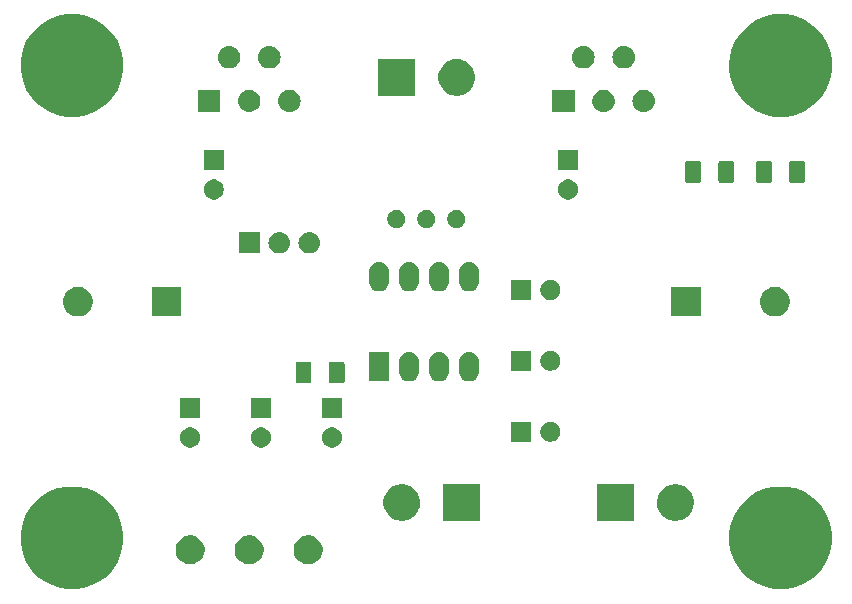
<source format=gbr>
G04 #@! TF.GenerationSoftware,KiCad,Pcbnew,(5.0.1)-3*
G04 #@! TF.CreationDate,2019-12-23T10:27:59+01:00*
G04 #@! TF.ProjectId,TDA2050 64W,54444132303530203634572E6B696361,rev?*
G04 #@! TF.SameCoordinates,PX68e7780PY7365040*
G04 #@! TF.FileFunction,Soldermask,Top*
G04 #@! TF.FilePolarity,Negative*
%FSLAX46Y46*%
G04 Gerber Fmt 4.6, Leading zero omitted, Abs format (unit mm)*
G04 Created by KiCad (PCBNEW (5.0.1)-3) date 23/12/2019 10:27:59*
%MOMM*%
%LPD*%
G01*
G04 APERTURE LIST*
%ADD10C,0.050800*%
G04 APERTURE END LIST*
D10*
G36*
X65548156Y9327206D02*
X66269140Y9183794D01*
X67060972Y8855807D01*
X67773601Y8379643D01*
X68379643Y7773601D01*
X68855807Y7060972D01*
X69183794Y6269140D01*
X69351000Y5428536D01*
X69351000Y4571464D01*
X69183794Y3730860D01*
X68855807Y2939028D01*
X68379643Y2226399D01*
X67773601Y1620357D01*
X67060972Y1144193D01*
X66269140Y816206D01*
X65548156Y672794D01*
X65428537Y649000D01*
X64571463Y649000D01*
X64451844Y672794D01*
X63730860Y816206D01*
X62939028Y1144193D01*
X62226399Y1620357D01*
X61620357Y2226399D01*
X61144193Y2939028D01*
X60816206Y3730860D01*
X60649000Y4571464D01*
X60649000Y5428536D01*
X60816206Y6269140D01*
X61144193Y7060972D01*
X61620357Y7773601D01*
X62226399Y8379643D01*
X62939028Y8855807D01*
X63730860Y9183794D01*
X64451844Y9327206D01*
X64571463Y9351000D01*
X65428537Y9351000D01*
X65548156Y9327206D01*
X65548156Y9327206D01*
G37*
G36*
X5548156Y9327206D02*
X6269140Y9183794D01*
X7060972Y8855807D01*
X7773601Y8379643D01*
X8379643Y7773601D01*
X8855807Y7060972D01*
X9183794Y6269140D01*
X9351000Y5428536D01*
X9351000Y4571464D01*
X9183794Y3730860D01*
X8855807Y2939028D01*
X8379643Y2226399D01*
X7773601Y1620357D01*
X7060972Y1144193D01*
X6269140Y816206D01*
X5548156Y672794D01*
X5428537Y649000D01*
X4571463Y649000D01*
X4451844Y672794D01*
X3730860Y816206D01*
X2939028Y1144193D01*
X2226399Y1620357D01*
X1620357Y2226399D01*
X1144193Y2939028D01*
X816206Y3730860D01*
X649000Y4571464D01*
X649000Y5428536D01*
X816206Y6269140D01*
X1144193Y7060972D01*
X1620357Y7773601D01*
X2226399Y8379643D01*
X2939028Y8855807D01*
X3730860Y9183794D01*
X4451844Y9327206D01*
X4571463Y9351000D01*
X5428537Y9351000D01*
X5548156Y9327206D01*
X5548156Y9327206D01*
G37*
G36*
X15356153Y5174078D02*
X15423610Y5146136D01*
X15578359Y5082037D01*
X15778345Y4948411D01*
X15948411Y4778345D01*
X16082037Y4578359D01*
X16174078Y4356152D01*
X16221000Y4120259D01*
X16221000Y3879741D01*
X16174078Y3643848D01*
X16082037Y3421641D01*
X15948411Y3221655D01*
X15778345Y3051589D01*
X15578359Y2917963D01*
X15452226Y2865717D01*
X15356153Y2825922D01*
X15120259Y2779000D01*
X14879741Y2779000D01*
X14643847Y2825922D01*
X14547774Y2865717D01*
X14421641Y2917963D01*
X14221655Y3051589D01*
X14051589Y3221655D01*
X13917963Y3421641D01*
X13825922Y3643848D01*
X13779000Y3879741D01*
X13779000Y4120259D01*
X13825922Y4356152D01*
X13917963Y4578359D01*
X14051589Y4778345D01*
X14221655Y4948411D01*
X14421641Y5082037D01*
X14576390Y5146136D01*
X14643847Y5174078D01*
X14879741Y5221000D01*
X15120259Y5221000D01*
X15356153Y5174078D01*
X15356153Y5174078D01*
G37*
G36*
X25356153Y5174078D02*
X25423610Y5146136D01*
X25578359Y5082037D01*
X25778345Y4948411D01*
X25948411Y4778345D01*
X26082037Y4578359D01*
X26174078Y4356152D01*
X26221000Y4120259D01*
X26221000Y3879741D01*
X26174078Y3643848D01*
X26082037Y3421641D01*
X25948411Y3221655D01*
X25778345Y3051589D01*
X25578359Y2917963D01*
X25452226Y2865717D01*
X25356153Y2825922D01*
X25120259Y2779000D01*
X24879741Y2779000D01*
X24643847Y2825922D01*
X24547774Y2865717D01*
X24421641Y2917963D01*
X24221655Y3051589D01*
X24051589Y3221655D01*
X23917963Y3421641D01*
X23825922Y3643848D01*
X23779000Y3879741D01*
X23779000Y4120259D01*
X23825922Y4356152D01*
X23917963Y4578359D01*
X24051589Y4778345D01*
X24221655Y4948411D01*
X24421641Y5082037D01*
X24576390Y5146136D01*
X24643847Y5174078D01*
X24879741Y5221000D01*
X25120259Y5221000D01*
X25356153Y5174078D01*
X25356153Y5174078D01*
G37*
G36*
X20356153Y5174078D02*
X20423610Y5146136D01*
X20578359Y5082037D01*
X20778345Y4948411D01*
X20948411Y4778345D01*
X21082037Y4578359D01*
X21174078Y4356152D01*
X21221000Y4120259D01*
X21221000Y3879741D01*
X21174078Y3643848D01*
X21082037Y3421641D01*
X20948411Y3221655D01*
X20778345Y3051589D01*
X20578359Y2917963D01*
X20452226Y2865717D01*
X20356153Y2825922D01*
X20120259Y2779000D01*
X19879741Y2779000D01*
X19643847Y2825922D01*
X19547774Y2865717D01*
X19421641Y2917963D01*
X19221655Y3051589D01*
X19051589Y3221655D01*
X18917963Y3421641D01*
X18825922Y3643848D01*
X18779000Y3879741D01*
X18779000Y4120259D01*
X18825922Y4356152D01*
X18917963Y4578359D01*
X19051589Y4778345D01*
X19221655Y4948411D01*
X19421641Y5082037D01*
X19576390Y5146136D01*
X19643847Y5174078D01*
X19879741Y5221000D01*
X20120259Y5221000D01*
X20356153Y5174078D01*
X20356153Y5174078D01*
G37*
G36*
X39551000Y6449000D02*
X36449000Y6449000D01*
X36449000Y9551000D01*
X39551000Y9551000D01*
X39551000Y6449000D01*
X39551000Y6449000D01*
G37*
G36*
X33272527Y9511264D02*
X33372410Y9491396D01*
X33654674Y9374479D01*
X33908705Y9204741D01*
X34124741Y8988705D01*
X34294479Y8734674D01*
X34407294Y8462312D01*
X34411396Y8452409D01*
X34471000Y8152762D01*
X34471000Y7847238D01*
X34431264Y7647473D01*
X34411396Y7547590D01*
X34294479Y7265326D01*
X34124741Y7011295D01*
X33908705Y6795259D01*
X33654674Y6625521D01*
X33372410Y6508604D01*
X33272527Y6488736D01*
X33072762Y6449000D01*
X32767238Y6449000D01*
X32567473Y6488736D01*
X32467590Y6508604D01*
X32185326Y6625521D01*
X31931295Y6795259D01*
X31715259Y7011295D01*
X31545521Y7265326D01*
X31428604Y7547590D01*
X31408736Y7647473D01*
X31369000Y7847238D01*
X31369000Y8152762D01*
X31428604Y8452409D01*
X31432706Y8462312D01*
X31545521Y8734674D01*
X31715259Y8988705D01*
X31931295Y9204741D01*
X32185326Y9374479D01*
X32467590Y9491396D01*
X32567473Y9511264D01*
X32767238Y9551000D01*
X33072762Y9551000D01*
X33272527Y9511264D01*
X33272527Y9511264D01*
G37*
G36*
X56432527Y9511264D02*
X56532410Y9491396D01*
X56814674Y9374479D01*
X57068705Y9204741D01*
X57284741Y8988705D01*
X57454479Y8734674D01*
X57567294Y8462312D01*
X57571396Y8452409D01*
X57631000Y8152762D01*
X57631000Y7847238D01*
X57591264Y7647473D01*
X57571396Y7547590D01*
X57454479Y7265326D01*
X57284741Y7011295D01*
X57068705Y6795259D01*
X56814674Y6625521D01*
X56532410Y6508604D01*
X56432527Y6488736D01*
X56232762Y6449000D01*
X55927238Y6449000D01*
X55727473Y6488736D01*
X55627590Y6508604D01*
X55345326Y6625521D01*
X55091295Y6795259D01*
X54875259Y7011295D01*
X54705521Y7265326D01*
X54588604Y7547590D01*
X54568736Y7647473D01*
X54529000Y7847238D01*
X54529000Y8152762D01*
X54588604Y8452409D01*
X54592706Y8462312D01*
X54705521Y8734674D01*
X54875259Y8988705D01*
X55091295Y9204741D01*
X55345326Y9374479D01*
X55627590Y9491396D01*
X55727473Y9511264D01*
X55927238Y9551000D01*
X56232762Y9551000D01*
X56432527Y9511264D01*
X56432527Y9511264D01*
G37*
G36*
X52551000Y6449000D02*
X49449000Y6449000D01*
X49449000Y9551000D01*
X52551000Y9551000D01*
X52551000Y6449000D01*
X52551000Y6449000D01*
G37*
G36*
X21248228Y14318297D02*
X21403100Y14254147D01*
X21542481Y14161015D01*
X21661015Y14042481D01*
X21754147Y13903100D01*
X21818297Y13748228D01*
X21851000Y13583816D01*
X21851000Y13416184D01*
X21818297Y13251772D01*
X21754147Y13096900D01*
X21661015Y12957519D01*
X21542481Y12838985D01*
X21403100Y12745853D01*
X21248228Y12681703D01*
X21083816Y12649000D01*
X20916184Y12649000D01*
X20751772Y12681703D01*
X20596900Y12745853D01*
X20457519Y12838985D01*
X20338985Y12957519D01*
X20245853Y13096900D01*
X20181703Y13251772D01*
X20149000Y13416184D01*
X20149000Y13583816D01*
X20181703Y13748228D01*
X20245853Y13903100D01*
X20338985Y14042481D01*
X20457519Y14161015D01*
X20596900Y14254147D01*
X20751772Y14318297D01*
X20916184Y14351000D01*
X21083816Y14351000D01*
X21248228Y14318297D01*
X21248228Y14318297D01*
G37*
G36*
X15248228Y14318297D02*
X15403100Y14254147D01*
X15542481Y14161015D01*
X15661015Y14042481D01*
X15754147Y13903100D01*
X15818297Y13748228D01*
X15851000Y13583816D01*
X15851000Y13416184D01*
X15818297Y13251772D01*
X15754147Y13096900D01*
X15661015Y12957519D01*
X15542481Y12838985D01*
X15403100Y12745853D01*
X15248228Y12681703D01*
X15083816Y12649000D01*
X14916184Y12649000D01*
X14751772Y12681703D01*
X14596900Y12745853D01*
X14457519Y12838985D01*
X14338985Y12957519D01*
X14245853Y13096900D01*
X14181703Y13251772D01*
X14149000Y13416184D01*
X14149000Y13583816D01*
X14181703Y13748228D01*
X14245853Y13903100D01*
X14338985Y14042481D01*
X14457519Y14161015D01*
X14596900Y14254147D01*
X14751772Y14318297D01*
X14916184Y14351000D01*
X15083816Y14351000D01*
X15248228Y14318297D01*
X15248228Y14318297D01*
G37*
G36*
X27248228Y14318297D02*
X27403100Y14254147D01*
X27542481Y14161015D01*
X27661015Y14042481D01*
X27754147Y13903100D01*
X27818297Y13748228D01*
X27851000Y13583816D01*
X27851000Y13416184D01*
X27818297Y13251772D01*
X27754147Y13096900D01*
X27661015Y12957519D01*
X27542481Y12838985D01*
X27403100Y12745853D01*
X27248228Y12681703D01*
X27083816Y12649000D01*
X26916184Y12649000D01*
X26751772Y12681703D01*
X26596900Y12745853D01*
X26457519Y12838985D01*
X26338985Y12957519D01*
X26245853Y13096900D01*
X26181703Y13251772D01*
X26149000Y13416184D01*
X26149000Y13583816D01*
X26181703Y13748228D01*
X26245853Y13903100D01*
X26338985Y14042481D01*
X26457519Y14161015D01*
X26596900Y14254147D01*
X26751772Y14318297D01*
X26916184Y14351000D01*
X27083816Y14351000D01*
X27248228Y14318297D01*
X27248228Y14318297D01*
G37*
G36*
X45748228Y14818297D02*
X45903100Y14754147D01*
X46042481Y14661015D01*
X46161015Y14542481D01*
X46254147Y14403100D01*
X46318297Y14248228D01*
X46351000Y14083816D01*
X46351000Y13916184D01*
X46318297Y13751772D01*
X46254147Y13596900D01*
X46161015Y13457519D01*
X46042481Y13338985D01*
X45903100Y13245853D01*
X45748228Y13181703D01*
X45583816Y13149000D01*
X45416184Y13149000D01*
X45251772Y13181703D01*
X45096900Y13245853D01*
X44957519Y13338985D01*
X44838985Y13457519D01*
X44745853Y13596900D01*
X44681703Y13751772D01*
X44649000Y13916184D01*
X44649000Y14083816D01*
X44681703Y14248228D01*
X44745853Y14403100D01*
X44838985Y14542481D01*
X44957519Y14661015D01*
X45096900Y14754147D01*
X45251772Y14818297D01*
X45416184Y14851000D01*
X45583816Y14851000D01*
X45748228Y14818297D01*
X45748228Y14818297D01*
G37*
G36*
X43851000Y13149000D02*
X42149000Y13149000D01*
X42149000Y14851000D01*
X43851000Y14851000D01*
X43851000Y13149000D01*
X43851000Y13149000D01*
G37*
G36*
X21851000Y15149000D02*
X20149000Y15149000D01*
X20149000Y16851000D01*
X21851000Y16851000D01*
X21851000Y15149000D01*
X21851000Y15149000D01*
G37*
G36*
X27851000Y15149000D02*
X26149000Y15149000D01*
X26149000Y16851000D01*
X27851000Y16851000D01*
X27851000Y15149000D01*
X27851000Y15149000D01*
G37*
G36*
X15851000Y15149000D02*
X14149000Y15149000D01*
X14149000Y16851000D01*
X15851000Y16851000D01*
X15851000Y15149000D01*
X15851000Y15149000D01*
G37*
G36*
X25118604Y19921653D02*
X25155145Y19910568D01*
X25188820Y19892569D01*
X25218341Y19868341D01*
X25242569Y19838820D01*
X25260568Y19805145D01*
X25271653Y19768604D01*
X25276000Y19724462D01*
X25276000Y18275538D01*
X25271653Y18231396D01*
X25260568Y18194855D01*
X25242569Y18161180D01*
X25218341Y18131659D01*
X25188820Y18107431D01*
X25155145Y18089432D01*
X25118604Y18078347D01*
X25074462Y18074000D01*
X24125538Y18074000D01*
X24081396Y18078347D01*
X24044855Y18089432D01*
X24011180Y18107431D01*
X23981659Y18131659D01*
X23957431Y18161180D01*
X23939432Y18194855D01*
X23928347Y18231396D01*
X23924000Y18275538D01*
X23924000Y19724462D01*
X23928347Y19768604D01*
X23939432Y19805145D01*
X23957431Y19838820D01*
X23981659Y19868341D01*
X24011180Y19892569D01*
X24044855Y19910568D01*
X24081396Y19921653D01*
X24125538Y19926000D01*
X25074462Y19926000D01*
X25118604Y19921653D01*
X25118604Y19921653D01*
G37*
G36*
X27918604Y19921653D02*
X27955145Y19910568D01*
X27988820Y19892569D01*
X28018341Y19868341D01*
X28042569Y19838820D01*
X28060568Y19805145D01*
X28071653Y19768604D01*
X28076000Y19724462D01*
X28076000Y18275538D01*
X28071653Y18231396D01*
X28060568Y18194855D01*
X28042569Y18161180D01*
X28018341Y18131659D01*
X27988820Y18107431D01*
X27955145Y18089432D01*
X27918604Y18078347D01*
X27874462Y18074000D01*
X26925538Y18074000D01*
X26881396Y18078347D01*
X26844855Y18089432D01*
X26811180Y18107431D01*
X26781659Y18131659D01*
X26757431Y18161180D01*
X26739432Y18194855D01*
X26728347Y18231396D01*
X26724000Y18275538D01*
X26724000Y19724462D01*
X26728347Y19768604D01*
X26739432Y19805145D01*
X26757431Y19838820D01*
X26781659Y19868341D01*
X26811180Y19892569D01*
X26844855Y19910568D01*
X26881396Y19921653D01*
X26925538Y19926000D01*
X27874462Y19926000D01*
X27918604Y19921653D01*
X27918604Y19921653D01*
G37*
G36*
X33706820Y20738687D02*
X33706823Y20738686D01*
X33706824Y20738686D01*
X33867238Y20690025D01*
X33867240Y20690024D01*
X33867243Y20690023D01*
X34015078Y20611005D01*
X34144659Y20504659D01*
X34251005Y20375078D01*
X34330023Y20227244D01*
X34378687Y20066821D01*
X34391000Y19941804D01*
X34391000Y19058197D01*
X34378687Y18933180D01*
X34378686Y18933178D01*
X34378686Y18933175D01*
X34330025Y18772761D01*
X34330023Y18772756D01*
X34251005Y18624922D01*
X34144659Y18495341D01*
X34015078Y18388995D01*
X33867244Y18309977D01*
X33867241Y18309976D01*
X33867239Y18309975D01*
X33706825Y18261314D01*
X33706824Y18261314D01*
X33706821Y18261313D01*
X33540000Y18244883D01*
X33373180Y18261313D01*
X33373177Y18261314D01*
X33373176Y18261314D01*
X33212762Y18309975D01*
X33212760Y18309976D01*
X33212757Y18309977D01*
X33064923Y18388995D01*
X32935342Y18495341D01*
X32828996Y18624922D01*
X32749978Y18772756D01*
X32701314Y18933179D01*
X32689000Y19058197D01*
X32689000Y19941803D01*
X32701313Y20066820D01*
X32701314Y20066824D01*
X32749975Y20227238D01*
X32749976Y20227240D01*
X32749977Y20227243D01*
X32828995Y20375078D01*
X32935341Y20504659D01*
X33064922Y20611005D01*
X33212756Y20690023D01*
X33212759Y20690024D01*
X33212761Y20690025D01*
X33373175Y20738686D01*
X33373176Y20738686D01*
X33373179Y20738687D01*
X33540000Y20755117D01*
X33706820Y20738687D01*
X33706820Y20738687D01*
G37*
G36*
X36246820Y20738687D02*
X36246823Y20738686D01*
X36246824Y20738686D01*
X36407238Y20690025D01*
X36407240Y20690024D01*
X36407243Y20690023D01*
X36555078Y20611005D01*
X36684659Y20504659D01*
X36791005Y20375078D01*
X36870023Y20227244D01*
X36918687Y20066821D01*
X36931000Y19941804D01*
X36931000Y19058197D01*
X36918687Y18933180D01*
X36918686Y18933178D01*
X36918686Y18933175D01*
X36870025Y18772761D01*
X36870023Y18772756D01*
X36791005Y18624922D01*
X36684659Y18495341D01*
X36555078Y18388995D01*
X36407244Y18309977D01*
X36407241Y18309976D01*
X36407239Y18309975D01*
X36246825Y18261314D01*
X36246824Y18261314D01*
X36246821Y18261313D01*
X36080000Y18244883D01*
X35913180Y18261313D01*
X35913177Y18261314D01*
X35913176Y18261314D01*
X35752762Y18309975D01*
X35752760Y18309976D01*
X35752757Y18309977D01*
X35604923Y18388995D01*
X35475342Y18495341D01*
X35368996Y18624922D01*
X35289978Y18772756D01*
X35241314Y18933179D01*
X35229000Y19058197D01*
X35229000Y19941803D01*
X35241313Y20066820D01*
X35241314Y20066824D01*
X35289975Y20227238D01*
X35289976Y20227240D01*
X35289977Y20227243D01*
X35368995Y20375078D01*
X35475341Y20504659D01*
X35604922Y20611005D01*
X35752756Y20690023D01*
X35752759Y20690024D01*
X35752761Y20690025D01*
X35913175Y20738686D01*
X35913176Y20738686D01*
X35913179Y20738687D01*
X36080000Y20755117D01*
X36246820Y20738687D01*
X36246820Y20738687D01*
G37*
G36*
X38786820Y20738687D02*
X38786823Y20738686D01*
X38786824Y20738686D01*
X38947238Y20690025D01*
X38947240Y20690024D01*
X38947243Y20690023D01*
X39095078Y20611005D01*
X39224659Y20504659D01*
X39331005Y20375078D01*
X39410023Y20227244D01*
X39458687Y20066821D01*
X39471000Y19941804D01*
X39471000Y19058197D01*
X39458687Y18933180D01*
X39458686Y18933178D01*
X39458686Y18933175D01*
X39410025Y18772761D01*
X39410023Y18772756D01*
X39331005Y18624922D01*
X39224659Y18495341D01*
X39095078Y18388995D01*
X38947244Y18309977D01*
X38947241Y18309976D01*
X38947239Y18309975D01*
X38786825Y18261314D01*
X38786824Y18261314D01*
X38786821Y18261313D01*
X38620000Y18244883D01*
X38453180Y18261313D01*
X38453177Y18261314D01*
X38453176Y18261314D01*
X38292762Y18309975D01*
X38292760Y18309976D01*
X38292757Y18309977D01*
X38144923Y18388995D01*
X38015342Y18495341D01*
X37908996Y18624922D01*
X37829978Y18772756D01*
X37781314Y18933179D01*
X37769000Y19058197D01*
X37769000Y19941803D01*
X37781313Y20066820D01*
X37781314Y20066824D01*
X37829975Y20227238D01*
X37829976Y20227240D01*
X37829977Y20227243D01*
X37908995Y20375078D01*
X38015341Y20504659D01*
X38144922Y20611005D01*
X38292756Y20690023D01*
X38292759Y20690024D01*
X38292761Y20690025D01*
X38453175Y20738686D01*
X38453176Y20738686D01*
X38453179Y20738687D01*
X38620000Y20755117D01*
X38786820Y20738687D01*
X38786820Y20738687D01*
G37*
G36*
X31851000Y18249000D02*
X30149000Y18249000D01*
X30149000Y20751000D01*
X31851000Y20751000D01*
X31851000Y18249000D01*
X31851000Y18249000D01*
G37*
G36*
X43851000Y19149000D02*
X42149000Y19149000D01*
X42149000Y20851000D01*
X43851000Y20851000D01*
X43851000Y19149000D01*
X43851000Y19149000D01*
G37*
G36*
X45748228Y20818297D02*
X45903100Y20754147D01*
X46042481Y20661015D01*
X46161015Y20542481D01*
X46254147Y20403100D01*
X46318297Y20248228D01*
X46351000Y20083816D01*
X46351000Y19916184D01*
X46318297Y19751772D01*
X46254147Y19596900D01*
X46161015Y19457519D01*
X46042481Y19338985D01*
X45903100Y19245853D01*
X45748228Y19181703D01*
X45583816Y19149000D01*
X45416184Y19149000D01*
X45251772Y19181703D01*
X45096900Y19245853D01*
X44957519Y19338985D01*
X44838985Y19457519D01*
X44745853Y19596900D01*
X44681703Y19751772D01*
X44649000Y19916184D01*
X44649000Y20083816D01*
X44681703Y20248228D01*
X44745853Y20403100D01*
X44838985Y20542481D01*
X44957519Y20661015D01*
X45096900Y20754147D01*
X45251772Y20818297D01*
X45416184Y20851000D01*
X45583816Y20851000D01*
X45748228Y20818297D01*
X45748228Y20818297D01*
G37*
G36*
X58251000Y23749000D02*
X55749000Y23749000D01*
X55749000Y26251000D01*
X58251000Y26251000D01*
X58251000Y23749000D01*
X58251000Y23749000D01*
G37*
G36*
X64683635Y26238981D02*
X64864903Y26202925D01*
X65092571Y26108622D01*
X65296542Y25972332D01*
X65297469Y25971713D01*
X65471713Y25797469D01*
X65471715Y25797466D01*
X65608622Y25592571D01*
X65702925Y25364903D01*
X65751000Y25123213D01*
X65751000Y24876787D01*
X65702925Y24635097D01*
X65608622Y24407429D01*
X65472332Y24203458D01*
X65471713Y24202531D01*
X65297469Y24028287D01*
X65297466Y24028285D01*
X65092571Y23891378D01*
X64864903Y23797075D01*
X64683636Y23761019D01*
X64623214Y23749000D01*
X64376786Y23749000D01*
X64316365Y23761019D01*
X64135097Y23797075D01*
X63907429Y23891378D01*
X63702534Y24028285D01*
X63702531Y24028287D01*
X63528287Y24202531D01*
X63527668Y24203458D01*
X63391378Y24407429D01*
X63297075Y24635097D01*
X63249000Y24876787D01*
X63249000Y25123213D01*
X63297075Y25364903D01*
X63391378Y25592571D01*
X63528285Y25797466D01*
X63528287Y25797469D01*
X63702531Y25971713D01*
X63703458Y25972332D01*
X63907429Y26108622D01*
X64135097Y26202925D01*
X64316365Y26238981D01*
X64376786Y26251000D01*
X64623214Y26251000D01*
X64683635Y26238981D01*
X64683635Y26238981D01*
G37*
G36*
X5683635Y26238981D02*
X5864903Y26202925D01*
X6092571Y26108622D01*
X6296542Y25972332D01*
X6297469Y25971713D01*
X6471713Y25797469D01*
X6471715Y25797466D01*
X6608622Y25592571D01*
X6702925Y25364903D01*
X6751000Y25123213D01*
X6751000Y24876787D01*
X6702925Y24635097D01*
X6608622Y24407429D01*
X6472332Y24203458D01*
X6471713Y24202531D01*
X6297469Y24028287D01*
X6297466Y24028285D01*
X6092571Y23891378D01*
X5864903Y23797075D01*
X5683636Y23761019D01*
X5623214Y23749000D01*
X5376786Y23749000D01*
X5316365Y23761019D01*
X5135097Y23797075D01*
X4907429Y23891378D01*
X4702534Y24028285D01*
X4702531Y24028287D01*
X4528287Y24202531D01*
X4527668Y24203458D01*
X4391378Y24407429D01*
X4297075Y24635097D01*
X4249000Y24876787D01*
X4249000Y25123213D01*
X4297075Y25364903D01*
X4391378Y25592571D01*
X4528285Y25797466D01*
X4528287Y25797469D01*
X4702531Y25971713D01*
X4703458Y25972332D01*
X4907429Y26108622D01*
X5135097Y26202925D01*
X5316365Y26238981D01*
X5376786Y26251000D01*
X5623214Y26251000D01*
X5683635Y26238981D01*
X5683635Y26238981D01*
G37*
G36*
X14251000Y23749000D02*
X11749000Y23749000D01*
X11749000Y26251000D01*
X14251000Y26251000D01*
X14251000Y23749000D01*
X14251000Y23749000D01*
G37*
G36*
X45748228Y26818297D02*
X45903100Y26754147D01*
X46042481Y26661015D01*
X46161015Y26542481D01*
X46254147Y26403100D01*
X46318297Y26248228D01*
X46351000Y26083816D01*
X46351000Y25916184D01*
X46318297Y25751772D01*
X46254147Y25596900D01*
X46161015Y25457519D01*
X46042481Y25338985D01*
X45903100Y25245853D01*
X45748228Y25181703D01*
X45583816Y25149000D01*
X45416184Y25149000D01*
X45251772Y25181703D01*
X45096900Y25245853D01*
X44957519Y25338985D01*
X44838985Y25457519D01*
X44745853Y25596900D01*
X44681703Y25751772D01*
X44649000Y25916184D01*
X44649000Y26083816D01*
X44681703Y26248228D01*
X44745853Y26403100D01*
X44838985Y26542481D01*
X44957519Y26661015D01*
X45096900Y26754147D01*
X45251772Y26818297D01*
X45416184Y26851000D01*
X45583816Y26851000D01*
X45748228Y26818297D01*
X45748228Y26818297D01*
G37*
G36*
X43851000Y25149000D02*
X42149000Y25149000D01*
X42149000Y26851000D01*
X43851000Y26851000D01*
X43851000Y25149000D01*
X43851000Y25149000D01*
G37*
G36*
X36246820Y28358687D02*
X36246823Y28358686D01*
X36246824Y28358686D01*
X36407238Y28310025D01*
X36407240Y28310024D01*
X36407243Y28310023D01*
X36555078Y28231005D01*
X36684659Y28124659D01*
X36791005Y27995078D01*
X36870023Y27847244D01*
X36918687Y27686821D01*
X36931000Y27561804D01*
X36931000Y26678197D01*
X36918687Y26553180D01*
X36918686Y26553178D01*
X36918686Y26553175D01*
X36873161Y26403100D01*
X36870023Y26392756D01*
X36791005Y26244922D01*
X36684659Y26115341D01*
X36555078Y26008995D01*
X36407244Y25929977D01*
X36407241Y25929976D01*
X36407239Y25929975D01*
X36246825Y25881314D01*
X36246824Y25881314D01*
X36246821Y25881313D01*
X36080000Y25864883D01*
X35913180Y25881313D01*
X35913177Y25881314D01*
X35913176Y25881314D01*
X35752762Y25929975D01*
X35752760Y25929976D01*
X35752757Y25929977D01*
X35604923Y26008995D01*
X35475342Y26115341D01*
X35368996Y26244922D01*
X35289978Y26392756D01*
X35241314Y26553179D01*
X35229000Y26678197D01*
X35229000Y27561803D01*
X35241313Y27686820D01*
X35241314Y27686824D01*
X35289975Y27847238D01*
X35289976Y27847240D01*
X35289977Y27847243D01*
X35368995Y27995078D01*
X35475341Y28124659D01*
X35604922Y28231005D01*
X35752756Y28310023D01*
X35752759Y28310024D01*
X35752761Y28310025D01*
X35913175Y28358686D01*
X35913176Y28358686D01*
X35913179Y28358687D01*
X36080000Y28375117D01*
X36246820Y28358687D01*
X36246820Y28358687D01*
G37*
G36*
X38786820Y28358687D02*
X38786823Y28358686D01*
X38786824Y28358686D01*
X38947238Y28310025D01*
X38947240Y28310024D01*
X38947243Y28310023D01*
X39095078Y28231005D01*
X39224659Y28124659D01*
X39331005Y27995078D01*
X39410023Y27847244D01*
X39458687Y27686821D01*
X39471000Y27561804D01*
X39471000Y26678197D01*
X39458687Y26553180D01*
X39458686Y26553178D01*
X39458686Y26553175D01*
X39413161Y26403100D01*
X39410023Y26392756D01*
X39331005Y26244922D01*
X39224659Y26115341D01*
X39095078Y26008995D01*
X38947244Y25929977D01*
X38947241Y25929976D01*
X38947239Y25929975D01*
X38786825Y25881314D01*
X38786824Y25881314D01*
X38786821Y25881313D01*
X38620000Y25864883D01*
X38453180Y25881313D01*
X38453177Y25881314D01*
X38453176Y25881314D01*
X38292762Y25929975D01*
X38292760Y25929976D01*
X38292757Y25929977D01*
X38144923Y26008995D01*
X38015342Y26115341D01*
X37908996Y26244922D01*
X37829978Y26392756D01*
X37781314Y26553179D01*
X37769000Y26678197D01*
X37769000Y27561803D01*
X37781313Y27686820D01*
X37781314Y27686824D01*
X37829975Y27847238D01*
X37829976Y27847240D01*
X37829977Y27847243D01*
X37908995Y27995078D01*
X38015341Y28124659D01*
X38144922Y28231005D01*
X38292756Y28310023D01*
X38292759Y28310024D01*
X38292761Y28310025D01*
X38453175Y28358686D01*
X38453176Y28358686D01*
X38453179Y28358687D01*
X38620000Y28375117D01*
X38786820Y28358687D01*
X38786820Y28358687D01*
G37*
G36*
X31166820Y28358687D02*
X31166823Y28358686D01*
X31166824Y28358686D01*
X31327238Y28310025D01*
X31327240Y28310024D01*
X31327243Y28310023D01*
X31475078Y28231005D01*
X31604659Y28124659D01*
X31711005Y27995078D01*
X31790023Y27847244D01*
X31838687Y27686821D01*
X31851000Y27561804D01*
X31851000Y26678197D01*
X31838687Y26553180D01*
X31838686Y26553178D01*
X31838686Y26553175D01*
X31793161Y26403100D01*
X31790023Y26392756D01*
X31711005Y26244922D01*
X31604659Y26115341D01*
X31475078Y26008995D01*
X31327244Y25929977D01*
X31327241Y25929976D01*
X31327239Y25929975D01*
X31166825Y25881314D01*
X31166824Y25881314D01*
X31166821Y25881313D01*
X31000000Y25864883D01*
X30833180Y25881313D01*
X30833177Y25881314D01*
X30833176Y25881314D01*
X30672762Y25929975D01*
X30672760Y25929976D01*
X30672757Y25929977D01*
X30524923Y26008995D01*
X30395342Y26115341D01*
X30288996Y26244922D01*
X30209978Y26392756D01*
X30161314Y26553179D01*
X30149000Y26678197D01*
X30149000Y27561803D01*
X30161313Y27686820D01*
X30161314Y27686824D01*
X30209975Y27847238D01*
X30209976Y27847240D01*
X30209977Y27847243D01*
X30288995Y27995078D01*
X30395341Y28124659D01*
X30524922Y28231005D01*
X30672756Y28310023D01*
X30672759Y28310024D01*
X30672761Y28310025D01*
X30833175Y28358686D01*
X30833176Y28358686D01*
X30833179Y28358687D01*
X31000000Y28375117D01*
X31166820Y28358687D01*
X31166820Y28358687D01*
G37*
G36*
X33706820Y28358687D02*
X33706823Y28358686D01*
X33706824Y28358686D01*
X33867238Y28310025D01*
X33867240Y28310024D01*
X33867243Y28310023D01*
X34015078Y28231005D01*
X34144659Y28124659D01*
X34251005Y27995078D01*
X34330023Y27847244D01*
X34378687Y27686821D01*
X34391000Y27561804D01*
X34391000Y26678197D01*
X34378687Y26553180D01*
X34378686Y26553178D01*
X34378686Y26553175D01*
X34333161Y26403100D01*
X34330023Y26392756D01*
X34251005Y26244922D01*
X34144659Y26115341D01*
X34015078Y26008995D01*
X33867244Y25929977D01*
X33867241Y25929976D01*
X33867239Y25929975D01*
X33706825Y25881314D01*
X33706824Y25881314D01*
X33706821Y25881313D01*
X33540000Y25864883D01*
X33373180Y25881313D01*
X33373177Y25881314D01*
X33373176Y25881314D01*
X33212762Y25929975D01*
X33212760Y25929976D01*
X33212757Y25929977D01*
X33064923Y26008995D01*
X32935342Y26115341D01*
X32828996Y26244922D01*
X32749978Y26392756D01*
X32701314Y26553179D01*
X32689000Y26678197D01*
X32689000Y27561803D01*
X32701313Y27686820D01*
X32701314Y27686824D01*
X32749975Y27847238D01*
X32749976Y27847240D01*
X32749977Y27847243D01*
X32828995Y27995078D01*
X32935341Y28124659D01*
X33064922Y28231005D01*
X33212756Y28310023D01*
X33212759Y28310024D01*
X33212761Y28310025D01*
X33373175Y28358686D01*
X33373176Y28358686D01*
X33373179Y28358687D01*
X33540000Y28375117D01*
X33706820Y28358687D01*
X33706820Y28358687D01*
G37*
G36*
X22650443Y30894481D02*
X22716627Y30887963D01*
X22829853Y30853616D01*
X22886467Y30836443D01*
X23025087Y30762348D01*
X23042991Y30752778D01*
X23078729Y30723448D01*
X23180186Y30640186D01*
X23263448Y30538729D01*
X23292778Y30502991D01*
X23292779Y30502989D01*
X23376443Y30346467D01*
X23376443Y30346466D01*
X23427963Y30176627D01*
X23445359Y30000000D01*
X23427963Y29823373D01*
X23393616Y29710147D01*
X23376443Y29653533D01*
X23302348Y29514913D01*
X23292778Y29497009D01*
X23263448Y29461271D01*
X23180186Y29359814D01*
X23078729Y29276552D01*
X23042991Y29247222D01*
X23042989Y29247221D01*
X22886467Y29163557D01*
X22829853Y29146384D01*
X22716627Y29112037D01*
X22650442Y29105518D01*
X22584260Y29099000D01*
X22495740Y29099000D01*
X22429558Y29105518D01*
X22363373Y29112037D01*
X22250147Y29146384D01*
X22193533Y29163557D01*
X22037011Y29247221D01*
X22037009Y29247222D01*
X22001271Y29276552D01*
X21899814Y29359814D01*
X21816552Y29461271D01*
X21787222Y29497009D01*
X21777652Y29514913D01*
X21703557Y29653533D01*
X21686384Y29710147D01*
X21652037Y29823373D01*
X21634641Y30000000D01*
X21652037Y30176627D01*
X21703557Y30346466D01*
X21703557Y30346467D01*
X21787221Y30502989D01*
X21787222Y30502991D01*
X21816552Y30538729D01*
X21899814Y30640186D01*
X22001271Y30723448D01*
X22037009Y30752778D01*
X22054913Y30762348D01*
X22193533Y30836443D01*
X22250147Y30853616D01*
X22363373Y30887963D01*
X22429557Y30894481D01*
X22495740Y30901000D01*
X22584260Y30901000D01*
X22650443Y30894481D01*
X22650443Y30894481D01*
G37*
G36*
X20901000Y29099000D02*
X19099000Y29099000D01*
X19099000Y30901000D01*
X20901000Y30901000D01*
X20901000Y29099000D01*
X20901000Y29099000D01*
G37*
G36*
X25190443Y30894481D02*
X25256627Y30887963D01*
X25369853Y30853616D01*
X25426467Y30836443D01*
X25565087Y30762348D01*
X25582991Y30752778D01*
X25618729Y30723448D01*
X25720186Y30640186D01*
X25803448Y30538729D01*
X25832778Y30502991D01*
X25832779Y30502989D01*
X25916443Y30346467D01*
X25916443Y30346466D01*
X25967963Y30176627D01*
X25985359Y30000000D01*
X25967963Y29823373D01*
X25933616Y29710147D01*
X25916443Y29653533D01*
X25842348Y29514913D01*
X25832778Y29497009D01*
X25803448Y29461271D01*
X25720186Y29359814D01*
X25618729Y29276552D01*
X25582991Y29247222D01*
X25582989Y29247221D01*
X25426467Y29163557D01*
X25369853Y29146384D01*
X25256627Y29112037D01*
X25190442Y29105518D01*
X25124260Y29099000D01*
X25035740Y29099000D01*
X24969558Y29105518D01*
X24903373Y29112037D01*
X24790147Y29146384D01*
X24733533Y29163557D01*
X24577011Y29247221D01*
X24577009Y29247222D01*
X24541271Y29276552D01*
X24439814Y29359814D01*
X24356552Y29461271D01*
X24327222Y29497009D01*
X24317652Y29514913D01*
X24243557Y29653533D01*
X24226384Y29710147D01*
X24192037Y29823373D01*
X24174641Y30000000D01*
X24192037Y30176627D01*
X24243557Y30346466D01*
X24243557Y30346467D01*
X24327221Y30502989D01*
X24327222Y30502991D01*
X24356552Y30538729D01*
X24439814Y30640186D01*
X24541271Y30723448D01*
X24577009Y30752778D01*
X24594913Y30762348D01*
X24733533Y30836443D01*
X24790147Y30853616D01*
X24903373Y30887963D01*
X24969557Y30894481D01*
X25035740Y30901000D01*
X25124260Y30901000D01*
X25190443Y30894481D01*
X25190443Y30894481D01*
G37*
G36*
X37665589Y32761124D02*
X37764893Y32741371D01*
X37905206Y32683252D01*
X38031484Y32598875D01*
X38138875Y32491484D01*
X38223252Y32365206D01*
X38281371Y32224893D01*
X38311000Y32075937D01*
X38311000Y31924063D01*
X38281371Y31775107D01*
X38223252Y31634794D01*
X38138875Y31508516D01*
X38031484Y31401125D01*
X37905206Y31316748D01*
X37764893Y31258629D01*
X37665589Y31238876D01*
X37615938Y31229000D01*
X37464062Y31229000D01*
X37414411Y31238876D01*
X37315107Y31258629D01*
X37174794Y31316748D01*
X37048516Y31401125D01*
X36941125Y31508516D01*
X36856748Y31634794D01*
X36798629Y31775107D01*
X36769000Y31924063D01*
X36769000Y32075937D01*
X36798629Y32224893D01*
X36856748Y32365206D01*
X36941125Y32491484D01*
X37048516Y32598875D01*
X37174794Y32683252D01*
X37315107Y32741371D01*
X37414411Y32761124D01*
X37464062Y32771000D01*
X37615938Y32771000D01*
X37665589Y32761124D01*
X37665589Y32761124D01*
G37*
G36*
X35125589Y32761124D02*
X35224893Y32741371D01*
X35365206Y32683252D01*
X35491484Y32598875D01*
X35598875Y32491484D01*
X35683252Y32365206D01*
X35741371Y32224893D01*
X35771000Y32075937D01*
X35771000Y31924063D01*
X35741371Y31775107D01*
X35683252Y31634794D01*
X35598875Y31508516D01*
X35491484Y31401125D01*
X35365206Y31316748D01*
X35224893Y31258629D01*
X35125589Y31238876D01*
X35075938Y31229000D01*
X34924062Y31229000D01*
X34874411Y31238876D01*
X34775107Y31258629D01*
X34634794Y31316748D01*
X34508516Y31401125D01*
X34401125Y31508516D01*
X34316748Y31634794D01*
X34258629Y31775107D01*
X34229000Y31924063D01*
X34229000Y32075937D01*
X34258629Y32224893D01*
X34316748Y32365206D01*
X34401125Y32491484D01*
X34508516Y32598875D01*
X34634794Y32683252D01*
X34775107Y32741371D01*
X34874411Y32761124D01*
X34924062Y32771000D01*
X35075938Y32771000D01*
X35125589Y32761124D01*
X35125589Y32761124D01*
G37*
G36*
X32585589Y32761124D02*
X32684893Y32741371D01*
X32825206Y32683252D01*
X32951484Y32598875D01*
X33058875Y32491484D01*
X33143252Y32365206D01*
X33201371Y32224893D01*
X33231000Y32075937D01*
X33231000Y31924063D01*
X33201371Y31775107D01*
X33143252Y31634794D01*
X33058875Y31508516D01*
X32951484Y31401125D01*
X32825206Y31316748D01*
X32684893Y31258629D01*
X32585589Y31238876D01*
X32535938Y31229000D01*
X32384062Y31229000D01*
X32334411Y31238876D01*
X32235107Y31258629D01*
X32094794Y31316748D01*
X31968516Y31401125D01*
X31861125Y31508516D01*
X31776748Y31634794D01*
X31718629Y31775107D01*
X31689000Y31924063D01*
X31689000Y32075937D01*
X31718629Y32224893D01*
X31776748Y32365206D01*
X31861125Y32491484D01*
X31968516Y32598875D01*
X32094794Y32683252D01*
X32235107Y32741371D01*
X32334411Y32761124D01*
X32384062Y32771000D01*
X32535938Y32771000D01*
X32585589Y32761124D01*
X32585589Y32761124D01*
G37*
G36*
X47248228Y35318297D02*
X47403100Y35254147D01*
X47542481Y35161015D01*
X47661015Y35042481D01*
X47754147Y34903100D01*
X47818297Y34748228D01*
X47851000Y34583816D01*
X47851000Y34416184D01*
X47818297Y34251772D01*
X47754147Y34096900D01*
X47661015Y33957519D01*
X47542481Y33838985D01*
X47403100Y33745853D01*
X47248228Y33681703D01*
X47083816Y33649000D01*
X46916184Y33649000D01*
X46751772Y33681703D01*
X46596900Y33745853D01*
X46457519Y33838985D01*
X46338985Y33957519D01*
X46245853Y34096900D01*
X46181703Y34251772D01*
X46149000Y34416184D01*
X46149000Y34583816D01*
X46181703Y34748228D01*
X46245853Y34903100D01*
X46338985Y35042481D01*
X46457519Y35161015D01*
X46596900Y35254147D01*
X46751772Y35318297D01*
X46916184Y35351000D01*
X47083816Y35351000D01*
X47248228Y35318297D01*
X47248228Y35318297D01*
G37*
G36*
X17248228Y35318297D02*
X17403100Y35254147D01*
X17542481Y35161015D01*
X17661015Y35042481D01*
X17754147Y34903100D01*
X17818297Y34748228D01*
X17851000Y34583816D01*
X17851000Y34416184D01*
X17818297Y34251772D01*
X17754147Y34096900D01*
X17661015Y33957519D01*
X17542481Y33838985D01*
X17403100Y33745853D01*
X17248228Y33681703D01*
X17083816Y33649000D01*
X16916184Y33649000D01*
X16751772Y33681703D01*
X16596900Y33745853D01*
X16457519Y33838985D01*
X16338985Y33957519D01*
X16245853Y34096900D01*
X16181703Y34251772D01*
X16149000Y34416184D01*
X16149000Y34583816D01*
X16181703Y34748228D01*
X16245853Y34903100D01*
X16338985Y35042481D01*
X16457519Y35161015D01*
X16596900Y35254147D01*
X16751772Y35318297D01*
X16916184Y35351000D01*
X17083816Y35351000D01*
X17248228Y35318297D01*
X17248228Y35318297D01*
G37*
G36*
X60918604Y36921653D02*
X60955145Y36910568D01*
X60988820Y36892569D01*
X61018341Y36868341D01*
X61042569Y36838820D01*
X61060568Y36805145D01*
X61071653Y36768604D01*
X61076000Y36724462D01*
X61076000Y35275538D01*
X61071653Y35231396D01*
X61060568Y35194855D01*
X61042569Y35161180D01*
X61018341Y35131659D01*
X60988820Y35107431D01*
X60955145Y35089432D01*
X60918604Y35078347D01*
X60874462Y35074000D01*
X59925538Y35074000D01*
X59881396Y35078347D01*
X59844855Y35089432D01*
X59811180Y35107431D01*
X59781659Y35131659D01*
X59757431Y35161180D01*
X59739432Y35194855D01*
X59728347Y35231396D01*
X59724000Y35275538D01*
X59724000Y36724462D01*
X59728347Y36768604D01*
X59739432Y36805145D01*
X59757431Y36838820D01*
X59781659Y36868341D01*
X59811180Y36892569D01*
X59844855Y36910568D01*
X59881396Y36921653D01*
X59925538Y36926000D01*
X60874462Y36926000D01*
X60918604Y36921653D01*
X60918604Y36921653D01*
G37*
G36*
X66918604Y36921653D02*
X66955145Y36910568D01*
X66988820Y36892569D01*
X67018341Y36868341D01*
X67042569Y36838820D01*
X67060568Y36805145D01*
X67071653Y36768604D01*
X67076000Y36724462D01*
X67076000Y35275538D01*
X67071653Y35231396D01*
X67060568Y35194855D01*
X67042569Y35161180D01*
X67018341Y35131659D01*
X66988820Y35107431D01*
X66955145Y35089432D01*
X66918604Y35078347D01*
X66874462Y35074000D01*
X65925538Y35074000D01*
X65881396Y35078347D01*
X65844855Y35089432D01*
X65811180Y35107431D01*
X65781659Y35131659D01*
X65757431Y35161180D01*
X65739432Y35194855D01*
X65728347Y35231396D01*
X65724000Y35275538D01*
X65724000Y36724462D01*
X65728347Y36768604D01*
X65739432Y36805145D01*
X65757431Y36838820D01*
X65781659Y36868341D01*
X65811180Y36892569D01*
X65844855Y36910568D01*
X65881396Y36921653D01*
X65925538Y36926000D01*
X66874462Y36926000D01*
X66918604Y36921653D01*
X66918604Y36921653D01*
G37*
G36*
X64118604Y36921653D02*
X64155145Y36910568D01*
X64188820Y36892569D01*
X64218341Y36868341D01*
X64242569Y36838820D01*
X64260568Y36805145D01*
X64271653Y36768604D01*
X64276000Y36724462D01*
X64276000Y35275538D01*
X64271653Y35231396D01*
X64260568Y35194855D01*
X64242569Y35161180D01*
X64218341Y35131659D01*
X64188820Y35107431D01*
X64155145Y35089432D01*
X64118604Y35078347D01*
X64074462Y35074000D01*
X63125538Y35074000D01*
X63081396Y35078347D01*
X63044855Y35089432D01*
X63011180Y35107431D01*
X62981659Y35131659D01*
X62957431Y35161180D01*
X62939432Y35194855D01*
X62928347Y35231396D01*
X62924000Y35275538D01*
X62924000Y36724462D01*
X62928347Y36768604D01*
X62939432Y36805145D01*
X62957431Y36838820D01*
X62981659Y36868341D01*
X63011180Y36892569D01*
X63044855Y36910568D01*
X63081396Y36921653D01*
X63125538Y36926000D01*
X64074462Y36926000D01*
X64118604Y36921653D01*
X64118604Y36921653D01*
G37*
G36*
X58118604Y36921653D02*
X58155145Y36910568D01*
X58188820Y36892569D01*
X58218341Y36868341D01*
X58242569Y36838820D01*
X58260568Y36805145D01*
X58271653Y36768604D01*
X58276000Y36724462D01*
X58276000Y35275538D01*
X58271653Y35231396D01*
X58260568Y35194855D01*
X58242569Y35161180D01*
X58218341Y35131659D01*
X58188820Y35107431D01*
X58155145Y35089432D01*
X58118604Y35078347D01*
X58074462Y35074000D01*
X57125538Y35074000D01*
X57081396Y35078347D01*
X57044855Y35089432D01*
X57011180Y35107431D01*
X56981659Y35131659D01*
X56957431Y35161180D01*
X56939432Y35194855D01*
X56928347Y35231396D01*
X56924000Y35275538D01*
X56924000Y36724462D01*
X56928347Y36768604D01*
X56939432Y36805145D01*
X56957431Y36838820D01*
X56981659Y36868341D01*
X57011180Y36892569D01*
X57044855Y36910568D01*
X57081396Y36921653D01*
X57125538Y36926000D01*
X58074462Y36926000D01*
X58118604Y36921653D01*
X58118604Y36921653D01*
G37*
G36*
X17851000Y36149000D02*
X16149000Y36149000D01*
X16149000Y37851000D01*
X17851000Y37851000D01*
X17851000Y36149000D01*
X17851000Y36149000D01*
G37*
G36*
X47851000Y36149000D02*
X46149000Y36149000D01*
X46149000Y37851000D01*
X47851000Y37851000D01*
X47851000Y36149000D01*
X47851000Y36149000D01*
G37*
G36*
X65548156Y49327206D02*
X66269140Y49183794D01*
X67060972Y48855807D01*
X67773601Y48379643D01*
X68379643Y47773601D01*
X68855807Y47060972D01*
X69183794Y46269140D01*
X69326640Y45551000D01*
X69338497Y45491396D01*
X69351000Y45428536D01*
X69351000Y44571464D01*
X69183794Y43730860D01*
X68855807Y42939028D01*
X68379643Y42226399D01*
X67773601Y41620357D01*
X67060972Y41144193D01*
X66269140Y40816206D01*
X65548156Y40672794D01*
X65428537Y40649000D01*
X64571463Y40649000D01*
X64451844Y40672794D01*
X63730860Y40816206D01*
X62939028Y41144193D01*
X62226399Y41620357D01*
X61620357Y42226399D01*
X61144193Y42939028D01*
X60816206Y43730860D01*
X60649000Y44571464D01*
X60649000Y45428536D01*
X60661504Y45491396D01*
X60673360Y45551000D01*
X60816206Y46269140D01*
X61144193Y47060972D01*
X61620357Y47773601D01*
X62226399Y48379643D01*
X62939028Y48855807D01*
X63730860Y49183794D01*
X64451844Y49327206D01*
X64571463Y49351000D01*
X65428537Y49351000D01*
X65548156Y49327206D01*
X65548156Y49327206D01*
G37*
G36*
X5548156Y49327206D02*
X6269140Y49183794D01*
X7060972Y48855807D01*
X7773601Y48379643D01*
X8379643Y47773601D01*
X8855807Y47060972D01*
X9183794Y46269140D01*
X9326640Y45551000D01*
X9338497Y45491396D01*
X9351000Y45428536D01*
X9351000Y44571464D01*
X9183794Y43730860D01*
X8855807Y42939028D01*
X8379643Y42226399D01*
X7773601Y41620357D01*
X7060972Y41144193D01*
X6269140Y40816206D01*
X5548156Y40672794D01*
X5428537Y40649000D01*
X4571463Y40649000D01*
X4451844Y40672794D01*
X3730860Y40816206D01*
X2939028Y41144193D01*
X2226399Y41620357D01*
X1620357Y42226399D01*
X1144193Y42939028D01*
X816206Y43730860D01*
X649000Y44571464D01*
X649000Y45428536D01*
X661504Y45491396D01*
X673360Y45551000D01*
X816206Y46269140D01*
X1144193Y47060972D01*
X1620357Y47773601D01*
X2226399Y48379643D01*
X2939028Y48855807D01*
X3730860Y49183794D01*
X4451844Y49327206D01*
X4571463Y49351000D01*
X5428537Y49351000D01*
X5548156Y49327206D01*
X5548156Y49327206D01*
G37*
G36*
X47551000Y41049000D02*
X45649000Y41049000D01*
X45649000Y42951000D01*
X47551000Y42951000D01*
X47551000Y41049000D01*
X47551000Y41049000D01*
G37*
G36*
X17551000Y41049000D02*
X15649000Y41049000D01*
X15649000Y42951000D01*
X17551000Y42951000D01*
X17551000Y41049000D01*
X17551000Y41049000D01*
G37*
G36*
X53586425Y42937240D02*
X53586428Y42937239D01*
X53586429Y42937239D01*
X53765693Y42882860D01*
X53765695Y42882859D01*
X53930905Y42794552D01*
X54075712Y42675712D01*
X54194552Y42530905D01*
X54194553Y42530903D01*
X54282860Y42365693D01*
X54325114Y42226399D01*
X54337240Y42186425D01*
X54355601Y42000000D01*
X54337240Y41813575D01*
X54282859Y41634305D01*
X54194552Y41469095D01*
X54075712Y41324288D01*
X53930905Y41205448D01*
X53930903Y41205447D01*
X53765693Y41117140D01*
X53586429Y41062761D01*
X53586428Y41062761D01*
X53586425Y41062760D01*
X53446718Y41049000D01*
X53353282Y41049000D01*
X53213575Y41062760D01*
X53213572Y41062761D01*
X53213571Y41062761D01*
X53034307Y41117140D01*
X52869097Y41205447D01*
X52869095Y41205448D01*
X52724288Y41324288D01*
X52605448Y41469095D01*
X52517141Y41634305D01*
X52462760Y41813575D01*
X52444399Y42000000D01*
X52462760Y42186425D01*
X52474886Y42226399D01*
X52517140Y42365693D01*
X52605447Y42530903D01*
X52605448Y42530905D01*
X52724288Y42675712D01*
X52869095Y42794552D01*
X53034305Y42882859D01*
X53034307Y42882860D01*
X53213571Y42937239D01*
X53213572Y42937239D01*
X53213575Y42937240D01*
X53353282Y42951000D01*
X53446718Y42951000D01*
X53586425Y42937240D01*
X53586425Y42937240D01*
G37*
G36*
X50186425Y42937240D02*
X50186428Y42937239D01*
X50186429Y42937239D01*
X50365693Y42882860D01*
X50365695Y42882859D01*
X50530905Y42794552D01*
X50675712Y42675712D01*
X50794552Y42530905D01*
X50794553Y42530903D01*
X50882860Y42365693D01*
X50925114Y42226399D01*
X50937240Y42186425D01*
X50955601Y42000000D01*
X50937240Y41813575D01*
X50882859Y41634305D01*
X50794552Y41469095D01*
X50675712Y41324288D01*
X50530905Y41205448D01*
X50530903Y41205447D01*
X50365693Y41117140D01*
X50186429Y41062761D01*
X50186428Y41062761D01*
X50186425Y41062760D01*
X50046718Y41049000D01*
X49953282Y41049000D01*
X49813575Y41062760D01*
X49813572Y41062761D01*
X49813571Y41062761D01*
X49634307Y41117140D01*
X49469097Y41205447D01*
X49469095Y41205448D01*
X49324288Y41324288D01*
X49205448Y41469095D01*
X49117141Y41634305D01*
X49062760Y41813575D01*
X49044399Y42000000D01*
X49062760Y42186425D01*
X49074886Y42226399D01*
X49117140Y42365693D01*
X49205447Y42530903D01*
X49205448Y42530905D01*
X49324288Y42675712D01*
X49469095Y42794552D01*
X49634305Y42882859D01*
X49634307Y42882860D01*
X49813571Y42937239D01*
X49813572Y42937239D01*
X49813575Y42937240D01*
X49953282Y42951000D01*
X50046718Y42951000D01*
X50186425Y42937240D01*
X50186425Y42937240D01*
G37*
G36*
X20186425Y42937240D02*
X20186428Y42937239D01*
X20186429Y42937239D01*
X20365693Y42882860D01*
X20365695Y42882859D01*
X20530905Y42794552D01*
X20675712Y42675712D01*
X20794552Y42530905D01*
X20794553Y42530903D01*
X20882860Y42365693D01*
X20925114Y42226399D01*
X20937240Y42186425D01*
X20955601Y42000000D01*
X20937240Y41813575D01*
X20882859Y41634305D01*
X20794552Y41469095D01*
X20675712Y41324288D01*
X20530905Y41205448D01*
X20530903Y41205447D01*
X20365693Y41117140D01*
X20186429Y41062761D01*
X20186428Y41062761D01*
X20186425Y41062760D01*
X20046718Y41049000D01*
X19953282Y41049000D01*
X19813575Y41062760D01*
X19813572Y41062761D01*
X19813571Y41062761D01*
X19634307Y41117140D01*
X19469097Y41205447D01*
X19469095Y41205448D01*
X19324288Y41324288D01*
X19205448Y41469095D01*
X19117141Y41634305D01*
X19062760Y41813575D01*
X19044399Y42000000D01*
X19062760Y42186425D01*
X19074886Y42226399D01*
X19117140Y42365693D01*
X19205447Y42530903D01*
X19205448Y42530905D01*
X19324288Y42675712D01*
X19469095Y42794552D01*
X19634305Y42882859D01*
X19634307Y42882860D01*
X19813571Y42937239D01*
X19813572Y42937239D01*
X19813575Y42937240D01*
X19953282Y42951000D01*
X20046718Y42951000D01*
X20186425Y42937240D01*
X20186425Y42937240D01*
G37*
G36*
X23586425Y42937240D02*
X23586428Y42937239D01*
X23586429Y42937239D01*
X23765693Y42882860D01*
X23765695Y42882859D01*
X23930905Y42794552D01*
X24075712Y42675712D01*
X24194552Y42530905D01*
X24194553Y42530903D01*
X24282860Y42365693D01*
X24325114Y42226399D01*
X24337240Y42186425D01*
X24355601Y42000000D01*
X24337240Y41813575D01*
X24282859Y41634305D01*
X24194552Y41469095D01*
X24075712Y41324288D01*
X23930905Y41205448D01*
X23930903Y41205447D01*
X23765693Y41117140D01*
X23586429Y41062761D01*
X23586428Y41062761D01*
X23586425Y41062760D01*
X23446718Y41049000D01*
X23353282Y41049000D01*
X23213575Y41062760D01*
X23213572Y41062761D01*
X23213571Y41062761D01*
X23034307Y41117140D01*
X22869097Y41205447D01*
X22869095Y41205448D01*
X22724288Y41324288D01*
X22605448Y41469095D01*
X22517141Y41634305D01*
X22462760Y41813575D01*
X22444399Y42000000D01*
X22462760Y42186425D01*
X22474886Y42226399D01*
X22517140Y42365693D01*
X22605447Y42530903D01*
X22605448Y42530905D01*
X22724288Y42675712D01*
X22869095Y42794552D01*
X23034305Y42882859D01*
X23034307Y42882860D01*
X23213571Y42937239D01*
X23213572Y42937239D01*
X23213575Y42937240D01*
X23353282Y42951000D01*
X23446718Y42951000D01*
X23586425Y42937240D01*
X23586425Y42937240D01*
G37*
G36*
X37920929Y45513571D02*
X38032410Y45491396D01*
X38314674Y45374479D01*
X38568705Y45204741D01*
X38784741Y44988705D01*
X38954479Y44734674D01*
X39071396Y44452410D01*
X39131000Y44152760D01*
X39131000Y43847240D01*
X39071396Y43547590D01*
X38954479Y43265326D01*
X38784741Y43011295D01*
X38568705Y42795259D01*
X38314674Y42625521D01*
X38032410Y42508604D01*
X37932527Y42488736D01*
X37732762Y42449000D01*
X37427238Y42449000D01*
X37227473Y42488736D01*
X37127590Y42508604D01*
X36845326Y42625521D01*
X36591295Y42795259D01*
X36375259Y43011295D01*
X36205521Y43265326D01*
X36088604Y43547590D01*
X36029000Y43847240D01*
X36029000Y44152760D01*
X36088604Y44452410D01*
X36205521Y44734674D01*
X36375259Y44988705D01*
X36591295Y45204741D01*
X36845326Y45374479D01*
X37127590Y45491396D01*
X37239071Y45513571D01*
X37427238Y45551000D01*
X37732762Y45551000D01*
X37920929Y45513571D01*
X37920929Y45513571D01*
G37*
G36*
X34051000Y42449000D02*
X30949000Y42449000D01*
X30949000Y45551000D01*
X34051000Y45551000D01*
X34051000Y42449000D01*
X34051000Y42449000D01*
G37*
G36*
X21886425Y46637240D02*
X21886428Y46637239D01*
X21886429Y46637239D01*
X22065693Y46582860D01*
X22065695Y46582859D01*
X22230905Y46494552D01*
X22375712Y46375712D01*
X22494552Y46230905D01*
X22582859Y46065695D01*
X22637240Y45886425D01*
X22655601Y45700000D01*
X22637240Y45513575D01*
X22637239Y45513572D01*
X22637239Y45513571D01*
X22633426Y45501000D01*
X22582859Y45334305D01*
X22494552Y45169095D01*
X22375712Y45024288D01*
X22230905Y44905448D01*
X22065695Y44817141D01*
X22065693Y44817140D01*
X21886429Y44762761D01*
X21886428Y44762761D01*
X21886425Y44762760D01*
X21746718Y44749000D01*
X21653282Y44749000D01*
X21513575Y44762760D01*
X21513572Y44762761D01*
X21513571Y44762761D01*
X21334307Y44817140D01*
X21334305Y44817141D01*
X21169095Y44905448D01*
X21024288Y45024288D01*
X20905448Y45169095D01*
X20817141Y45334305D01*
X20766575Y45501000D01*
X20762761Y45513571D01*
X20762761Y45513572D01*
X20762760Y45513575D01*
X20744399Y45700000D01*
X20762760Y45886425D01*
X20817141Y46065695D01*
X20905448Y46230905D01*
X21024288Y46375712D01*
X21169095Y46494552D01*
X21334305Y46582859D01*
X21334307Y46582860D01*
X21513571Y46637239D01*
X21513572Y46637239D01*
X21513575Y46637240D01*
X21653282Y46651000D01*
X21746718Y46651000D01*
X21886425Y46637240D01*
X21886425Y46637240D01*
G37*
G36*
X18486425Y46637240D02*
X18486428Y46637239D01*
X18486429Y46637239D01*
X18665693Y46582860D01*
X18665695Y46582859D01*
X18830905Y46494552D01*
X18975712Y46375712D01*
X19094552Y46230905D01*
X19182859Y46065695D01*
X19237240Y45886425D01*
X19255601Y45700000D01*
X19237240Y45513575D01*
X19237239Y45513572D01*
X19237239Y45513571D01*
X19233426Y45501000D01*
X19182859Y45334305D01*
X19094552Y45169095D01*
X18975712Y45024288D01*
X18830905Y44905448D01*
X18665695Y44817141D01*
X18665693Y44817140D01*
X18486429Y44762761D01*
X18486428Y44762761D01*
X18486425Y44762760D01*
X18346718Y44749000D01*
X18253282Y44749000D01*
X18113575Y44762760D01*
X18113572Y44762761D01*
X18113571Y44762761D01*
X17934307Y44817140D01*
X17934305Y44817141D01*
X17769095Y44905448D01*
X17624288Y45024288D01*
X17505448Y45169095D01*
X17417141Y45334305D01*
X17366575Y45501000D01*
X17362761Y45513571D01*
X17362761Y45513572D01*
X17362760Y45513575D01*
X17344399Y45700000D01*
X17362760Y45886425D01*
X17417141Y46065695D01*
X17505448Y46230905D01*
X17624288Y46375712D01*
X17769095Y46494552D01*
X17934305Y46582859D01*
X17934307Y46582860D01*
X18113571Y46637239D01*
X18113572Y46637239D01*
X18113575Y46637240D01*
X18253282Y46651000D01*
X18346718Y46651000D01*
X18486425Y46637240D01*
X18486425Y46637240D01*
G37*
G36*
X51886425Y46637240D02*
X51886428Y46637239D01*
X51886429Y46637239D01*
X52065693Y46582860D01*
X52065695Y46582859D01*
X52230905Y46494552D01*
X52375712Y46375712D01*
X52494552Y46230905D01*
X52582859Y46065695D01*
X52637240Y45886425D01*
X52655601Y45700000D01*
X52637240Y45513575D01*
X52637239Y45513572D01*
X52637239Y45513571D01*
X52633426Y45501000D01*
X52582859Y45334305D01*
X52494552Y45169095D01*
X52375712Y45024288D01*
X52230905Y44905448D01*
X52065695Y44817141D01*
X52065693Y44817140D01*
X51886429Y44762761D01*
X51886428Y44762761D01*
X51886425Y44762760D01*
X51746718Y44749000D01*
X51653282Y44749000D01*
X51513575Y44762760D01*
X51513572Y44762761D01*
X51513571Y44762761D01*
X51334307Y44817140D01*
X51334305Y44817141D01*
X51169095Y44905448D01*
X51024288Y45024288D01*
X50905448Y45169095D01*
X50817141Y45334305D01*
X50766575Y45501000D01*
X50762761Y45513571D01*
X50762761Y45513572D01*
X50762760Y45513575D01*
X50744399Y45700000D01*
X50762760Y45886425D01*
X50817141Y46065695D01*
X50905448Y46230905D01*
X51024288Y46375712D01*
X51169095Y46494552D01*
X51334305Y46582859D01*
X51334307Y46582860D01*
X51513571Y46637239D01*
X51513572Y46637239D01*
X51513575Y46637240D01*
X51653282Y46651000D01*
X51746718Y46651000D01*
X51886425Y46637240D01*
X51886425Y46637240D01*
G37*
G36*
X48486425Y46637240D02*
X48486428Y46637239D01*
X48486429Y46637239D01*
X48665693Y46582860D01*
X48665695Y46582859D01*
X48830905Y46494552D01*
X48975712Y46375712D01*
X49094552Y46230905D01*
X49182859Y46065695D01*
X49237240Y45886425D01*
X49255601Y45700000D01*
X49237240Y45513575D01*
X49237239Y45513572D01*
X49237239Y45513571D01*
X49233426Y45501000D01*
X49182859Y45334305D01*
X49094552Y45169095D01*
X48975712Y45024288D01*
X48830905Y44905448D01*
X48665695Y44817141D01*
X48665693Y44817140D01*
X48486429Y44762761D01*
X48486428Y44762761D01*
X48486425Y44762760D01*
X48346718Y44749000D01*
X48253282Y44749000D01*
X48113575Y44762760D01*
X48113572Y44762761D01*
X48113571Y44762761D01*
X47934307Y44817140D01*
X47934305Y44817141D01*
X47769095Y44905448D01*
X47624288Y45024288D01*
X47505448Y45169095D01*
X47417141Y45334305D01*
X47366575Y45501000D01*
X47362761Y45513571D01*
X47362761Y45513572D01*
X47362760Y45513575D01*
X47344399Y45700000D01*
X47362760Y45886425D01*
X47417141Y46065695D01*
X47505448Y46230905D01*
X47624288Y46375712D01*
X47769095Y46494552D01*
X47934305Y46582859D01*
X47934307Y46582860D01*
X48113571Y46637239D01*
X48113572Y46637239D01*
X48113575Y46637240D01*
X48253282Y46651000D01*
X48346718Y46651000D01*
X48486425Y46637240D01*
X48486425Y46637240D01*
G37*
M02*

</source>
